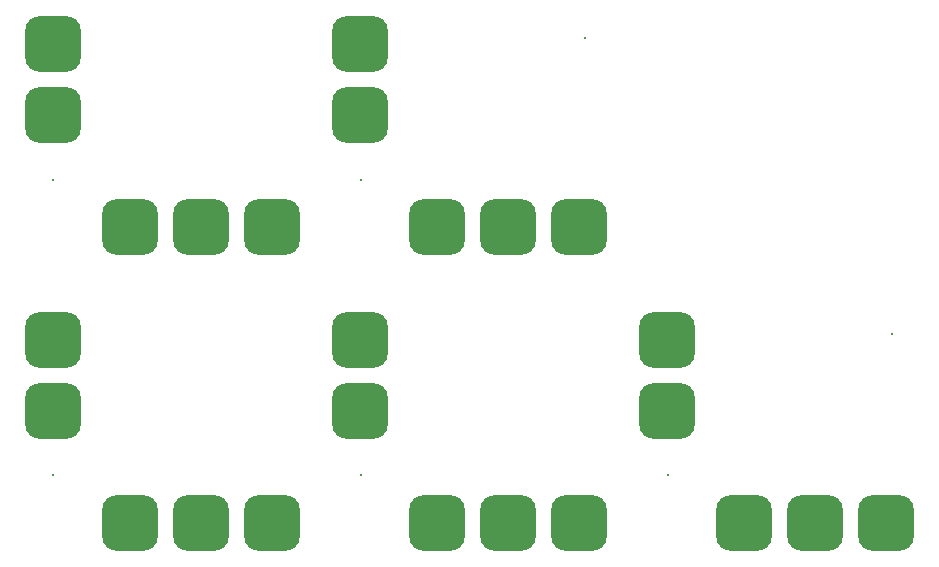
<source format=gts>
G04*
G04 #@! TF.GenerationSoftware,Altium Limited,Altium Designer,18.0.11 (651)*
G04*
G04 Layer_Color=8388736*
%FSLAX43Y43*%
%MOMM*%
G71*
G01*
G75*
%ADD11C,0.200*%
G04:AMPARAMS|DCode=12|XSize=4.7mm|YSize=4.7mm|CornerRadius=1.225mm|HoleSize=0mm|Usage=FLASHONLY|Rotation=0.000|XOffset=0mm|YOffset=0mm|HoleType=Round|Shape=RoundedRectangle|*
%AMROUNDEDRECTD12*
21,1,4.700,2.250,0,0,0.0*
21,1,2.250,4.700,0,0,0.0*
1,1,2.450,1.125,-1.125*
1,1,2.450,-1.125,-1.125*
1,1,2.450,-1.125,1.125*
1,1,2.450,1.125,1.125*
%
%ADD12ROUNDEDRECTD12*%
D11*
X74000Y19000D02*
D03*
X48000Y44000D02*
D03*
X29000Y32000D02*
D03*
X3000D02*
D03*
X55000Y7000D02*
D03*
X29000D02*
D03*
X3000D02*
D03*
D12*
X54975Y12500D02*
D03*
Y18500D02*
D03*
X28975Y37500D02*
D03*
X2975Y43500D02*
D03*
X28975Y12500D02*
D03*
Y18500D02*
D03*
X2975Y37500D02*
D03*
X28975Y43500D02*
D03*
X2975Y12500D02*
D03*
Y18500D02*
D03*
X21500Y28000D02*
D03*
X47500D02*
D03*
X21500Y3000D02*
D03*
X47500D02*
D03*
X73500D02*
D03*
X15500Y28000D02*
D03*
X41500D02*
D03*
X15500Y3000D02*
D03*
X41500D02*
D03*
X67500D02*
D03*
X9500Y28000D02*
D03*
X35500D02*
D03*
X9500Y3000D02*
D03*
X35500D02*
D03*
X61500D02*
D03*
M02*

</source>
